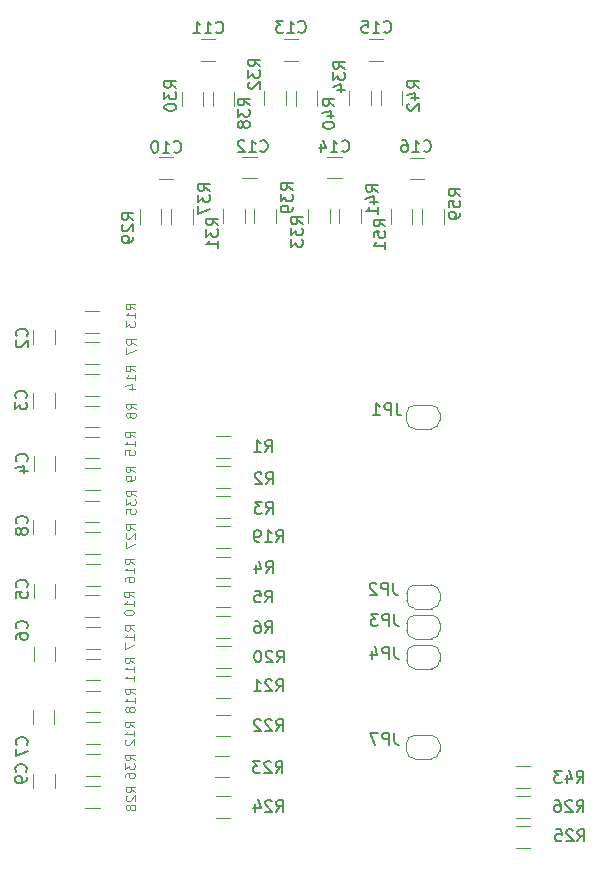
<source format=gbr>
G04 #@! TF.GenerationSoftware,KiCad,Pcbnew,5.1.5+dfsg1-2build2*
G04 #@! TF.CreationDate,2023-05-06T09:23:40+02:00*
G04 #@! TF.ProjectId,digital,64696769-7461-46c2-9e6b-696361645f70,rev?*
G04 #@! TF.SameCoordinates,Original*
G04 #@! TF.FileFunction,Legend,Bot*
G04 #@! TF.FilePolarity,Positive*
%FSLAX46Y46*%
G04 Gerber Fmt 4.6, Leading zero omitted, Abs format (unit mm)*
G04 Created by KiCad (PCBNEW 5.1.5+dfsg1-2build2) date 2023-05-06 09:23:40*
%MOMM*%
%LPD*%
G04 APERTURE LIST*
%ADD10C,0.120000*%
%ADD11C,0.150000*%
%ADD12C,0.100000*%
G04 APERTURE END LIST*
D10*
X127821500Y-80555064D02*
X127821500Y-79350936D01*
X126001500Y-80555064D02*
X126001500Y-79350936D01*
X126024360Y-85922144D02*
X126024360Y-84718016D01*
X127844360Y-85922144D02*
X127844360Y-84718016D01*
X127857060Y-91243444D02*
X127857060Y-90039316D01*
X126037060Y-91243444D02*
X126037060Y-90039316D01*
X127869760Y-102013044D02*
X127869760Y-100808916D01*
X126049760Y-102013044D02*
X126049760Y-100808916D01*
X126037060Y-107347044D02*
X126037060Y-106142916D01*
X127857060Y-107347044D02*
X127857060Y-106142916D01*
X127782060Y-112731444D02*
X127782060Y-111527316D01*
X125962060Y-112731444D02*
X125962060Y-111527316D01*
X127844360Y-96628244D02*
X127844360Y-95424116D01*
X126024360Y-96628244D02*
X126024360Y-95424116D01*
X126000160Y-118113044D02*
X126000160Y-116908916D01*
X127820160Y-118113044D02*
X127820160Y-116908916D01*
X136677436Y-66537500D02*
X137881564Y-66537500D01*
X136677436Y-64717500D02*
X137881564Y-64717500D01*
X140211436Y-56544500D02*
X141415564Y-56544500D01*
X140211436Y-54724500D02*
X141415564Y-54724500D01*
X143713356Y-64666160D02*
X144917484Y-64666160D01*
X143713356Y-66486160D02*
X144917484Y-66486160D01*
X147223056Y-56544500D02*
X148427184Y-56544500D01*
X147223056Y-54724500D02*
X148427184Y-54724500D01*
X150921936Y-66512500D02*
X152126064Y-66512500D01*
X150921936Y-64692500D02*
X152126064Y-64692500D01*
X154410256Y-54735860D02*
X155614384Y-54735860D01*
X154410256Y-56555860D02*
X155614384Y-56555860D01*
X157902436Y-66562500D02*
X159106564Y-66562500D01*
X157902436Y-64742500D02*
X159106564Y-64742500D01*
X141496936Y-88318500D02*
X142701064Y-88318500D01*
X141496936Y-90138500D02*
X142701064Y-90138500D01*
X141494096Y-90870380D02*
X142698224Y-90870380D01*
X141494096Y-92690380D02*
X142698224Y-92690380D01*
X141494096Y-95230380D02*
X142698224Y-95230380D01*
X141494096Y-93410380D02*
X142698224Y-93410380D01*
X141494096Y-98541180D02*
X142698224Y-98541180D01*
X141494096Y-100361180D02*
X142698224Y-100361180D01*
X141497296Y-101004980D02*
X142701424Y-101004980D01*
X141497296Y-102824980D02*
X142701424Y-102824980D01*
X141497296Y-103570380D02*
X142701424Y-103570380D01*
X141497296Y-105390380D02*
X142701424Y-105390380D01*
X131613564Y-80360500D02*
X130409436Y-80360500D01*
X131613564Y-82180500D02*
X130409436Y-82180500D01*
X131623564Y-85740500D02*
X130419436Y-85740500D01*
X131623564Y-87560500D02*
X130419436Y-87560500D01*
X131633564Y-91060500D02*
X130429436Y-91060500D01*
X131633564Y-92880500D02*
X130429436Y-92880500D01*
X131623564Y-101810500D02*
X130419436Y-101810500D01*
X131623564Y-103630500D02*
X130419436Y-103630500D01*
X131653564Y-107170500D02*
X130449436Y-107170500D01*
X131653564Y-108990500D02*
X130449436Y-108990500D01*
X131673564Y-112550500D02*
X130469436Y-112550500D01*
X131673564Y-114370500D02*
X130469436Y-114370500D01*
X130409436Y-77750500D02*
X131613564Y-77750500D01*
X130409436Y-79570500D02*
X131613564Y-79570500D01*
X130409436Y-83100500D02*
X131613564Y-83100500D01*
X130409436Y-84920500D02*
X131613564Y-84920500D01*
X130419436Y-88400500D02*
X131623564Y-88400500D01*
X130419436Y-90220500D02*
X131623564Y-90220500D01*
X130439436Y-99180500D02*
X131643564Y-99180500D01*
X130439436Y-101000500D02*
X131643564Y-101000500D01*
X130439436Y-104510500D02*
X131643564Y-104510500D01*
X130439436Y-106330500D02*
X131643564Y-106330500D01*
X130469436Y-109900500D02*
X131673564Y-109900500D01*
X130469436Y-111720500D02*
X131673564Y-111720500D01*
X141494096Y-95950380D02*
X142698224Y-95950380D01*
X141494096Y-97770380D02*
X142698224Y-97770380D01*
X141519496Y-107930380D02*
X142723624Y-107930380D01*
X141519496Y-106110380D02*
X142723624Y-106110380D01*
X141481396Y-110457680D02*
X142685524Y-110457680D01*
X141481396Y-108637680D02*
X142685524Y-108637680D01*
X141446936Y-113743500D02*
X142651064Y-113743500D01*
X141446936Y-111923500D02*
X142651064Y-111923500D01*
X141409436Y-117223500D02*
X142613564Y-117223500D01*
X141409436Y-115403500D02*
X142613564Y-115403500D01*
X141468696Y-120643080D02*
X142672824Y-120643080D01*
X141468696Y-118823080D02*
X142672824Y-118823080D01*
X166884436Y-123163500D02*
X168088564Y-123163500D01*
X166884436Y-121343500D02*
X168088564Y-121343500D01*
X166896936Y-120638500D02*
X168101064Y-120638500D01*
X166896936Y-118818500D02*
X168101064Y-118818500D01*
X131633564Y-96450500D02*
X130429436Y-96450500D01*
X131633564Y-98270500D02*
X130429436Y-98270500D01*
X131633564Y-119770500D02*
X130429436Y-119770500D01*
X131633564Y-117950500D02*
X130429436Y-117950500D01*
X135044500Y-70329564D02*
X135044500Y-69125436D01*
X136864500Y-70329564D02*
X136864500Y-69125436D01*
X138603500Y-60374064D02*
X138603500Y-59169936D01*
X140423500Y-60374064D02*
X140423500Y-59169936D01*
X142083500Y-70304564D02*
X142083500Y-69100436D01*
X143903500Y-70304564D02*
X143903500Y-69100436D01*
X145592500Y-60324064D02*
X145592500Y-59119936D01*
X147412500Y-60324064D02*
X147412500Y-59119936D01*
X149301500Y-70304564D02*
X149301500Y-69100436D01*
X151121500Y-70304564D02*
X151121500Y-69100436D01*
X154605500Y-60324064D02*
X154605500Y-59119936D01*
X152785500Y-60324064D02*
X152785500Y-59119936D01*
X130419436Y-93780500D02*
X131623564Y-93780500D01*
X130419436Y-95600500D02*
X131623564Y-95600500D01*
X130439436Y-117090500D02*
X131643564Y-117090500D01*
X130439436Y-115270500D02*
X131643564Y-115270500D01*
X137694500Y-69125436D02*
X137694500Y-70329564D01*
X139514500Y-69125436D02*
X139514500Y-70329564D01*
X141228500Y-59169936D02*
X141228500Y-60374064D01*
X143048500Y-59169936D02*
X143048500Y-60374064D01*
X144733500Y-69099996D02*
X144733500Y-70304124D01*
X146553500Y-69099996D02*
X146553500Y-70304124D01*
X150062500Y-59144936D02*
X150062500Y-60349064D01*
X148242500Y-59144936D02*
X148242500Y-60349064D01*
X151926500Y-69100436D02*
X151926500Y-70304564D01*
X153746500Y-69100436D02*
X153746500Y-70304564D01*
X155435500Y-59119936D02*
X155435500Y-60324064D01*
X157255500Y-59119936D02*
X157255500Y-60324064D01*
X166909436Y-118088500D02*
X168113564Y-118088500D01*
X166909436Y-116268500D02*
X168113564Y-116268500D01*
X156269500Y-70329564D02*
X156269500Y-69125436D01*
X158089500Y-70329564D02*
X158089500Y-69125436D01*
X158944500Y-69125436D02*
X158944500Y-70329564D01*
X160764500Y-69125436D02*
X160764500Y-70329564D01*
X158311500Y-85703500D02*
G75*
G03X157611500Y-86403500I0J-700000D01*
G01*
X157611500Y-87003500D02*
G75*
G03X158311500Y-87703500I700000J0D01*
G01*
X159711500Y-87703500D02*
G75*
G03X160411500Y-87003500I0J700000D01*
G01*
X160411500Y-86403500D02*
G75*
G03X159711500Y-85703500I-700000J0D01*
G01*
X160411500Y-87003500D02*
X160411500Y-86403500D01*
X158311500Y-87703500D02*
X159711500Y-87703500D01*
X157611500Y-86403500D02*
X157611500Y-87003500D01*
X159711500Y-85703500D02*
X158311500Y-85703500D01*
X159736500Y-100928500D02*
X158336500Y-100928500D01*
X157636500Y-101628500D02*
X157636500Y-102228500D01*
X158336500Y-102928500D02*
X159736500Y-102928500D01*
X160436500Y-102228500D02*
X160436500Y-101628500D01*
X160436500Y-101628500D02*
G75*
G03X159736500Y-100928500I-700000J0D01*
G01*
X159736500Y-102928500D02*
G75*
G03X160436500Y-102228500I0J700000D01*
G01*
X157636500Y-102228500D02*
G75*
G03X158336500Y-102928500I700000J0D01*
G01*
X158336500Y-100928500D02*
G75*
G03X157636500Y-101628500I0J-700000D01*
G01*
X159736500Y-103478500D02*
X158336500Y-103478500D01*
X157636500Y-104178500D02*
X157636500Y-104778500D01*
X158336500Y-105478500D02*
X159736500Y-105478500D01*
X160436500Y-104778500D02*
X160436500Y-104178500D01*
X160436500Y-104178500D02*
G75*
G03X159736500Y-103478500I-700000J0D01*
G01*
X159736500Y-105478500D02*
G75*
G03X160436500Y-104778500I0J700000D01*
G01*
X157636500Y-104778500D02*
G75*
G03X158336500Y-105478500I700000J0D01*
G01*
X158336500Y-103478500D02*
G75*
G03X157636500Y-104178500I0J-700000D01*
G01*
X158336500Y-106028500D02*
G75*
G03X157636500Y-106728500I0J-700000D01*
G01*
X157636500Y-107328500D02*
G75*
G03X158336500Y-108028500I700000J0D01*
G01*
X159736500Y-108028500D02*
G75*
G03X160436500Y-107328500I0J700000D01*
G01*
X160436500Y-106728500D02*
G75*
G03X159736500Y-106028500I-700000J0D01*
G01*
X160436500Y-107328500D02*
X160436500Y-106728500D01*
X158336500Y-108028500D02*
X159736500Y-108028500D01*
X157636500Y-106728500D02*
X157636500Y-107328500D01*
X159736500Y-106028500D02*
X158336500Y-106028500D01*
X158311500Y-113653500D02*
G75*
G03X157611500Y-114353500I0J-700000D01*
G01*
X157611500Y-114953500D02*
G75*
G03X158311500Y-115653500I700000J0D01*
G01*
X159711500Y-115653500D02*
G75*
G03X160411500Y-114953500I0J700000D01*
G01*
X160411500Y-114353500D02*
G75*
G03X159711500Y-113653500I-700000J0D01*
G01*
X160411500Y-114953500D02*
X160411500Y-114353500D01*
X158311500Y-115653500D02*
X159711500Y-115653500D01*
X157611500Y-114353500D02*
X157611500Y-114953500D01*
X159711500Y-113653500D02*
X158311500Y-113653500D01*
D11*
X125452142Y-79843333D02*
X125499761Y-79795714D01*
X125547380Y-79652857D01*
X125547380Y-79557619D01*
X125499761Y-79414761D01*
X125404523Y-79319523D01*
X125309285Y-79271904D01*
X125118809Y-79224285D01*
X124975952Y-79224285D01*
X124785476Y-79271904D01*
X124690238Y-79319523D01*
X124595000Y-79414761D01*
X124547380Y-79557619D01*
X124547380Y-79652857D01*
X124595000Y-79795714D01*
X124642619Y-79843333D01*
X124642619Y-80224285D02*
X124595000Y-80271904D01*
X124547380Y-80367142D01*
X124547380Y-80605238D01*
X124595000Y-80700476D01*
X124642619Y-80748095D01*
X124737857Y-80795714D01*
X124833095Y-80795714D01*
X124975952Y-80748095D01*
X125547380Y-80176666D01*
X125547380Y-80795714D01*
X125388642Y-85113833D02*
X125436261Y-85066214D01*
X125483880Y-84923357D01*
X125483880Y-84828119D01*
X125436261Y-84685261D01*
X125341023Y-84590023D01*
X125245785Y-84542404D01*
X125055309Y-84494785D01*
X124912452Y-84494785D01*
X124721976Y-84542404D01*
X124626738Y-84590023D01*
X124531500Y-84685261D01*
X124483880Y-84828119D01*
X124483880Y-84923357D01*
X124531500Y-85066214D01*
X124579119Y-85113833D01*
X124483880Y-85447166D02*
X124483880Y-86066214D01*
X124864833Y-85732880D01*
X124864833Y-85875738D01*
X124912452Y-85970976D01*
X124960071Y-86018595D01*
X125055309Y-86066214D01*
X125293404Y-86066214D01*
X125388642Y-86018595D01*
X125436261Y-85970976D01*
X125483880Y-85875738D01*
X125483880Y-85590023D01*
X125436261Y-85494785D01*
X125388642Y-85447166D01*
X125452142Y-90447833D02*
X125499761Y-90400214D01*
X125547380Y-90257357D01*
X125547380Y-90162119D01*
X125499761Y-90019261D01*
X125404523Y-89924023D01*
X125309285Y-89876404D01*
X125118809Y-89828785D01*
X124975952Y-89828785D01*
X124785476Y-89876404D01*
X124690238Y-89924023D01*
X124595000Y-90019261D01*
X124547380Y-90162119D01*
X124547380Y-90257357D01*
X124595000Y-90400214D01*
X124642619Y-90447833D01*
X124880714Y-91304976D02*
X125547380Y-91304976D01*
X124499761Y-91066880D02*
X125214047Y-90828785D01*
X125214047Y-91447833D01*
X125452142Y-101115833D02*
X125499761Y-101068214D01*
X125547380Y-100925357D01*
X125547380Y-100830119D01*
X125499761Y-100687261D01*
X125404523Y-100592023D01*
X125309285Y-100544404D01*
X125118809Y-100496785D01*
X124975952Y-100496785D01*
X124785476Y-100544404D01*
X124690238Y-100592023D01*
X124595000Y-100687261D01*
X124547380Y-100830119D01*
X124547380Y-100925357D01*
X124595000Y-101068214D01*
X124642619Y-101115833D01*
X124547380Y-102020595D02*
X124547380Y-101544404D01*
X125023571Y-101496785D01*
X124975952Y-101544404D01*
X124928333Y-101639642D01*
X124928333Y-101877738D01*
X124975952Y-101972976D01*
X125023571Y-102020595D01*
X125118809Y-102068214D01*
X125356904Y-102068214D01*
X125452142Y-102020595D01*
X125499761Y-101972976D01*
X125547380Y-101877738D01*
X125547380Y-101639642D01*
X125499761Y-101544404D01*
X125452142Y-101496785D01*
X125452142Y-104608333D02*
X125499761Y-104560714D01*
X125547380Y-104417857D01*
X125547380Y-104322619D01*
X125499761Y-104179761D01*
X125404523Y-104084523D01*
X125309285Y-104036904D01*
X125118809Y-103989285D01*
X124975952Y-103989285D01*
X124785476Y-104036904D01*
X124690238Y-104084523D01*
X124595000Y-104179761D01*
X124547380Y-104322619D01*
X124547380Y-104417857D01*
X124595000Y-104560714D01*
X124642619Y-104608333D01*
X124547380Y-105465476D02*
X124547380Y-105275000D01*
X124595000Y-105179761D01*
X124642619Y-105132142D01*
X124785476Y-105036904D01*
X124975952Y-104989285D01*
X125356904Y-104989285D01*
X125452142Y-105036904D01*
X125499761Y-105084523D01*
X125547380Y-105179761D01*
X125547380Y-105370238D01*
X125499761Y-105465476D01*
X125452142Y-105513095D01*
X125356904Y-105560714D01*
X125118809Y-105560714D01*
X125023571Y-105513095D01*
X124975952Y-105465476D01*
X124928333Y-105370238D01*
X124928333Y-105179761D01*
X124975952Y-105084523D01*
X125023571Y-105036904D01*
X125118809Y-104989285D01*
X125452142Y-114450833D02*
X125499761Y-114403214D01*
X125547380Y-114260357D01*
X125547380Y-114165119D01*
X125499761Y-114022261D01*
X125404523Y-113927023D01*
X125309285Y-113879404D01*
X125118809Y-113831785D01*
X124975952Y-113831785D01*
X124785476Y-113879404D01*
X124690238Y-113927023D01*
X124595000Y-114022261D01*
X124547380Y-114165119D01*
X124547380Y-114260357D01*
X124595000Y-114403214D01*
X124642619Y-114450833D01*
X124547380Y-114784166D02*
X124547380Y-115450833D01*
X125547380Y-115022261D01*
X125452142Y-95718333D02*
X125499761Y-95670714D01*
X125547380Y-95527857D01*
X125547380Y-95432619D01*
X125499761Y-95289761D01*
X125404523Y-95194523D01*
X125309285Y-95146904D01*
X125118809Y-95099285D01*
X124975952Y-95099285D01*
X124785476Y-95146904D01*
X124690238Y-95194523D01*
X124595000Y-95289761D01*
X124547380Y-95432619D01*
X124547380Y-95527857D01*
X124595000Y-95670714D01*
X124642619Y-95718333D01*
X124975952Y-96289761D02*
X124928333Y-96194523D01*
X124880714Y-96146904D01*
X124785476Y-96099285D01*
X124737857Y-96099285D01*
X124642619Y-96146904D01*
X124595000Y-96194523D01*
X124547380Y-96289761D01*
X124547380Y-96480238D01*
X124595000Y-96575476D01*
X124642619Y-96623095D01*
X124737857Y-96670714D01*
X124785476Y-96670714D01*
X124880714Y-96623095D01*
X124928333Y-96575476D01*
X124975952Y-96480238D01*
X124975952Y-96289761D01*
X125023571Y-96194523D01*
X125071190Y-96146904D01*
X125166428Y-96099285D01*
X125356904Y-96099285D01*
X125452142Y-96146904D01*
X125499761Y-96194523D01*
X125547380Y-96289761D01*
X125547380Y-96480238D01*
X125499761Y-96575476D01*
X125452142Y-96623095D01*
X125356904Y-96670714D01*
X125166428Y-96670714D01*
X125071190Y-96623095D01*
X125023571Y-96575476D01*
X124975952Y-96480238D01*
X125388642Y-116736833D02*
X125436261Y-116689214D01*
X125483880Y-116546357D01*
X125483880Y-116451119D01*
X125436261Y-116308261D01*
X125341023Y-116213023D01*
X125245785Y-116165404D01*
X125055309Y-116117785D01*
X124912452Y-116117785D01*
X124721976Y-116165404D01*
X124626738Y-116213023D01*
X124531500Y-116308261D01*
X124483880Y-116451119D01*
X124483880Y-116546357D01*
X124531500Y-116689214D01*
X124579119Y-116736833D01*
X125483880Y-117213023D02*
X125483880Y-117403500D01*
X125436261Y-117498738D01*
X125388642Y-117546357D01*
X125245785Y-117641595D01*
X125055309Y-117689214D01*
X124674357Y-117689214D01*
X124579119Y-117641595D01*
X124531500Y-117593976D01*
X124483880Y-117498738D01*
X124483880Y-117308261D01*
X124531500Y-117213023D01*
X124579119Y-117165404D01*
X124674357Y-117117785D01*
X124912452Y-117117785D01*
X125007690Y-117165404D01*
X125055309Y-117213023D01*
X125102928Y-117308261D01*
X125102928Y-117498738D01*
X125055309Y-117593976D01*
X125007690Y-117641595D01*
X124912452Y-117689214D01*
X137922357Y-64238142D02*
X137969976Y-64285761D01*
X138112833Y-64333380D01*
X138208071Y-64333380D01*
X138350928Y-64285761D01*
X138446166Y-64190523D01*
X138493785Y-64095285D01*
X138541404Y-63904809D01*
X138541404Y-63761952D01*
X138493785Y-63571476D01*
X138446166Y-63476238D01*
X138350928Y-63381000D01*
X138208071Y-63333380D01*
X138112833Y-63333380D01*
X137969976Y-63381000D01*
X137922357Y-63428619D01*
X136969976Y-64333380D02*
X137541404Y-64333380D01*
X137255690Y-64333380D02*
X137255690Y-63333380D01*
X137350928Y-63476238D01*
X137446166Y-63571476D01*
X137541404Y-63619095D01*
X136350928Y-63333380D02*
X136255690Y-63333380D01*
X136160452Y-63381000D01*
X136112833Y-63428619D01*
X136065214Y-63523857D01*
X136017595Y-63714333D01*
X136017595Y-63952428D01*
X136065214Y-64142904D01*
X136112833Y-64238142D01*
X136160452Y-64285761D01*
X136255690Y-64333380D01*
X136350928Y-64333380D01*
X136446166Y-64285761D01*
X136493785Y-64238142D01*
X136541404Y-64142904D01*
X136589023Y-63952428D01*
X136589023Y-63714333D01*
X136541404Y-63523857D01*
X136493785Y-63428619D01*
X136446166Y-63381000D01*
X136350928Y-63333380D01*
X141485857Y-54141642D02*
X141533476Y-54189261D01*
X141676333Y-54236880D01*
X141771571Y-54236880D01*
X141914428Y-54189261D01*
X142009666Y-54094023D01*
X142057285Y-53998785D01*
X142104904Y-53808309D01*
X142104904Y-53665452D01*
X142057285Y-53474976D01*
X142009666Y-53379738D01*
X141914428Y-53284500D01*
X141771571Y-53236880D01*
X141676333Y-53236880D01*
X141533476Y-53284500D01*
X141485857Y-53332119D01*
X140533476Y-54236880D02*
X141104904Y-54236880D01*
X140819190Y-54236880D02*
X140819190Y-53236880D01*
X140914428Y-53379738D01*
X141009666Y-53474976D01*
X141104904Y-53522595D01*
X139581095Y-54236880D02*
X140152523Y-54236880D01*
X139866809Y-54236880D02*
X139866809Y-53236880D01*
X139962047Y-53379738D01*
X140057285Y-53474976D01*
X140152523Y-53522595D01*
X145232357Y-64174642D02*
X145279976Y-64222261D01*
X145422833Y-64269880D01*
X145518071Y-64269880D01*
X145660928Y-64222261D01*
X145756166Y-64127023D01*
X145803785Y-64031785D01*
X145851404Y-63841309D01*
X145851404Y-63698452D01*
X145803785Y-63507976D01*
X145756166Y-63412738D01*
X145660928Y-63317500D01*
X145518071Y-63269880D01*
X145422833Y-63269880D01*
X145279976Y-63317500D01*
X145232357Y-63365119D01*
X144279976Y-64269880D02*
X144851404Y-64269880D01*
X144565690Y-64269880D02*
X144565690Y-63269880D01*
X144660928Y-63412738D01*
X144756166Y-63507976D01*
X144851404Y-63555595D01*
X143899023Y-63365119D02*
X143851404Y-63317500D01*
X143756166Y-63269880D01*
X143518071Y-63269880D01*
X143422833Y-63317500D01*
X143375214Y-63365119D01*
X143327595Y-63460357D01*
X143327595Y-63555595D01*
X143375214Y-63698452D01*
X143946642Y-64269880D01*
X143327595Y-64269880D01*
X148467977Y-54078142D02*
X148515596Y-54125761D01*
X148658453Y-54173380D01*
X148753691Y-54173380D01*
X148896548Y-54125761D01*
X148991786Y-54030523D01*
X149039405Y-53935285D01*
X149087024Y-53744809D01*
X149087024Y-53601952D01*
X149039405Y-53411476D01*
X148991786Y-53316238D01*
X148896548Y-53221000D01*
X148753691Y-53173380D01*
X148658453Y-53173380D01*
X148515596Y-53221000D01*
X148467977Y-53268619D01*
X147515596Y-54173380D02*
X148087024Y-54173380D01*
X147801310Y-54173380D02*
X147801310Y-53173380D01*
X147896548Y-53316238D01*
X147991786Y-53411476D01*
X148087024Y-53459095D01*
X147182262Y-53173380D02*
X146563215Y-53173380D01*
X146896548Y-53554333D01*
X146753691Y-53554333D01*
X146658453Y-53601952D01*
X146610834Y-53649571D01*
X146563215Y-53744809D01*
X146563215Y-53982904D01*
X146610834Y-54078142D01*
X146658453Y-54125761D01*
X146753691Y-54173380D01*
X147039405Y-54173380D01*
X147134643Y-54125761D01*
X147182262Y-54078142D01*
X152153857Y-64174642D02*
X152201476Y-64222261D01*
X152344333Y-64269880D01*
X152439571Y-64269880D01*
X152582428Y-64222261D01*
X152677666Y-64127023D01*
X152725285Y-64031785D01*
X152772904Y-63841309D01*
X152772904Y-63698452D01*
X152725285Y-63507976D01*
X152677666Y-63412738D01*
X152582428Y-63317500D01*
X152439571Y-63269880D01*
X152344333Y-63269880D01*
X152201476Y-63317500D01*
X152153857Y-63365119D01*
X151201476Y-64269880D02*
X151772904Y-64269880D01*
X151487190Y-64269880D02*
X151487190Y-63269880D01*
X151582428Y-63412738D01*
X151677666Y-63507976D01*
X151772904Y-63555595D01*
X150344333Y-63603214D02*
X150344333Y-64269880D01*
X150582428Y-63222261D02*
X150820523Y-63936547D01*
X150201476Y-63936547D01*
X155709857Y-54078142D02*
X155757476Y-54125761D01*
X155900333Y-54173380D01*
X155995571Y-54173380D01*
X156138428Y-54125761D01*
X156233666Y-54030523D01*
X156281285Y-53935285D01*
X156328904Y-53744809D01*
X156328904Y-53601952D01*
X156281285Y-53411476D01*
X156233666Y-53316238D01*
X156138428Y-53221000D01*
X155995571Y-53173380D01*
X155900333Y-53173380D01*
X155757476Y-53221000D01*
X155709857Y-53268619D01*
X154757476Y-54173380D02*
X155328904Y-54173380D01*
X155043190Y-54173380D02*
X155043190Y-53173380D01*
X155138428Y-53316238D01*
X155233666Y-53411476D01*
X155328904Y-53459095D01*
X153852714Y-53173380D02*
X154328904Y-53173380D01*
X154376523Y-53649571D01*
X154328904Y-53601952D01*
X154233666Y-53554333D01*
X153995571Y-53554333D01*
X153900333Y-53601952D01*
X153852714Y-53649571D01*
X153805095Y-53744809D01*
X153805095Y-53982904D01*
X153852714Y-54078142D01*
X153900333Y-54125761D01*
X153995571Y-54173380D01*
X154233666Y-54173380D01*
X154328904Y-54125761D01*
X154376523Y-54078142D01*
X159075357Y-64174642D02*
X159122976Y-64222261D01*
X159265833Y-64269880D01*
X159361071Y-64269880D01*
X159503928Y-64222261D01*
X159599166Y-64127023D01*
X159646785Y-64031785D01*
X159694404Y-63841309D01*
X159694404Y-63698452D01*
X159646785Y-63507976D01*
X159599166Y-63412738D01*
X159503928Y-63317500D01*
X159361071Y-63269880D01*
X159265833Y-63269880D01*
X159122976Y-63317500D01*
X159075357Y-63365119D01*
X158122976Y-64269880D02*
X158694404Y-64269880D01*
X158408690Y-64269880D02*
X158408690Y-63269880D01*
X158503928Y-63412738D01*
X158599166Y-63507976D01*
X158694404Y-63555595D01*
X157265833Y-63269880D02*
X157456309Y-63269880D01*
X157551547Y-63317500D01*
X157599166Y-63365119D01*
X157694404Y-63507976D01*
X157742023Y-63698452D01*
X157742023Y-64079404D01*
X157694404Y-64174642D01*
X157646785Y-64222261D01*
X157551547Y-64269880D01*
X157361071Y-64269880D01*
X157265833Y-64222261D01*
X157218214Y-64174642D01*
X157170595Y-64079404D01*
X157170595Y-63841309D01*
X157218214Y-63746071D01*
X157265833Y-63698452D01*
X157361071Y-63650833D01*
X157551547Y-63650833D01*
X157646785Y-63698452D01*
X157694404Y-63746071D01*
X157742023Y-63841309D01*
X145657866Y-89657180D02*
X145991200Y-89180990D01*
X146229295Y-89657180D02*
X146229295Y-88657180D01*
X145848342Y-88657180D01*
X145753104Y-88704800D01*
X145705485Y-88752419D01*
X145657866Y-88847657D01*
X145657866Y-88990514D01*
X145705485Y-89085752D01*
X145753104Y-89133371D01*
X145848342Y-89180990D01*
X146229295Y-89180990D01*
X144705485Y-89657180D02*
X145276914Y-89657180D01*
X144991200Y-89657180D02*
X144991200Y-88657180D01*
X145086438Y-88800038D01*
X145181676Y-88895276D01*
X145276914Y-88942895D01*
X145708666Y-92400380D02*
X146042000Y-91924190D01*
X146280095Y-92400380D02*
X146280095Y-91400380D01*
X145899142Y-91400380D01*
X145803904Y-91448000D01*
X145756285Y-91495619D01*
X145708666Y-91590857D01*
X145708666Y-91733714D01*
X145756285Y-91828952D01*
X145803904Y-91876571D01*
X145899142Y-91924190D01*
X146280095Y-91924190D01*
X145327714Y-91495619D02*
X145280095Y-91448000D01*
X145184857Y-91400380D01*
X144946761Y-91400380D01*
X144851523Y-91448000D01*
X144803904Y-91495619D01*
X144756285Y-91590857D01*
X144756285Y-91686095D01*
X144803904Y-91828952D01*
X145375333Y-92400380D01*
X144756285Y-92400380D01*
X145708666Y-94889580D02*
X146042000Y-94413390D01*
X146280095Y-94889580D02*
X146280095Y-93889580D01*
X145899142Y-93889580D01*
X145803904Y-93937200D01*
X145756285Y-93984819D01*
X145708666Y-94080057D01*
X145708666Y-94222914D01*
X145756285Y-94318152D01*
X145803904Y-94365771D01*
X145899142Y-94413390D01*
X146280095Y-94413390D01*
X145375333Y-93889580D02*
X144756285Y-93889580D01*
X145089619Y-94270533D01*
X144946761Y-94270533D01*
X144851523Y-94318152D01*
X144803904Y-94365771D01*
X144756285Y-94461009D01*
X144756285Y-94699104D01*
X144803904Y-94794342D01*
X144851523Y-94841961D01*
X144946761Y-94889580D01*
X145232476Y-94889580D01*
X145327714Y-94841961D01*
X145375333Y-94794342D01*
X145708666Y-99918780D02*
X146042000Y-99442590D01*
X146280095Y-99918780D02*
X146280095Y-98918780D01*
X145899142Y-98918780D01*
X145803904Y-98966400D01*
X145756285Y-99014019D01*
X145708666Y-99109257D01*
X145708666Y-99252114D01*
X145756285Y-99347352D01*
X145803904Y-99394971D01*
X145899142Y-99442590D01*
X146280095Y-99442590D01*
X144851523Y-99252114D02*
X144851523Y-99918780D01*
X145089619Y-98871161D02*
X145327714Y-99585447D01*
X144708666Y-99585447D01*
X145657866Y-102407980D02*
X145991200Y-101931790D01*
X146229295Y-102407980D02*
X146229295Y-101407980D01*
X145848342Y-101407980D01*
X145753104Y-101455600D01*
X145705485Y-101503219D01*
X145657866Y-101598457D01*
X145657866Y-101741314D01*
X145705485Y-101836552D01*
X145753104Y-101884171D01*
X145848342Y-101931790D01*
X146229295Y-101931790D01*
X144753104Y-101407980D02*
X145229295Y-101407980D01*
X145276914Y-101884171D01*
X145229295Y-101836552D01*
X145134057Y-101788933D01*
X144895961Y-101788933D01*
X144800723Y-101836552D01*
X144753104Y-101884171D01*
X144705485Y-101979409D01*
X144705485Y-102217504D01*
X144753104Y-102312742D01*
X144800723Y-102360361D01*
X144895961Y-102407980D01*
X145134057Y-102407980D01*
X145229295Y-102360361D01*
X145276914Y-102312742D01*
X145657866Y-104998780D02*
X145991200Y-104522590D01*
X146229295Y-104998780D02*
X146229295Y-103998780D01*
X145848342Y-103998780D01*
X145753104Y-104046400D01*
X145705485Y-104094019D01*
X145657866Y-104189257D01*
X145657866Y-104332114D01*
X145705485Y-104427352D01*
X145753104Y-104474971D01*
X145848342Y-104522590D01*
X146229295Y-104522590D01*
X144800723Y-103998780D02*
X144991200Y-103998780D01*
X145086438Y-104046400D01*
X145134057Y-104094019D01*
X145229295Y-104236876D01*
X145276914Y-104427352D01*
X145276914Y-104808304D01*
X145229295Y-104903542D01*
X145181676Y-104951161D01*
X145086438Y-104998780D01*
X144895961Y-104998780D01*
X144800723Y-104951161D01*
X144753104Y-104903542D01*
X144705485Y-104808304D01*
X144705485Y-104570209D01*
X144753104Y-104474971D01*
X144800723Y-104427352D01*
X144895961Y-104379733D01*
X145086438Y-104379733D01*
X145181676Y-104427352D01*
X145229295Y-104474971D01*
X145276914Y-104570209D01*
D12*
X134677104Y-80587866D02*
X134296152Y-80321200D01*
X134677104Y-80130723D02*
X133877104Y-80130723D01*
X133877104Y-80435485D01*
X133915200Y-80511676D01*
X133953295Y-80549771D01*
X134029485Y-80587866D01*
X134143771Y-80587866D01*
X134219961Y-80549771D01*
X134258057Y-80511676D01*
X134296152Y-80435485D01*
X134296152Y-80130723D01*
X133877104Y-80854533D02*
X133877104Y-81387866D01*
X134677104Y-81045009D01*
X134677104Y-86023466D02*
X134296152Y-85756800D01*
X134677104Y-85566323D02*
X133877104Y-85566323D01*
X133877104Y-85871085D01*
X133915200Y-85947276D01*
X133953295Y-85985371D01*
X134029485Y-86023466D01*
X134143771Y-86023466D01*
X134219961Y-85985371D01*
X134258057Y-85947276D01*
X134296152Y-85871085D01*
X134296152Y-85566323D01*
X134219961Y-86480609D02*
X134181866Y-86404419D01*
X134143771Y-86366323D01*
X134067580Y-86328228D01*
X134029485Y-86328228D01*
X133953295Y-86366323D01*
X133915200Y-86404419D01*
X133877104Y-86480609D01*
X133877104Y-86632990D01*
X133915200Y-86709180D01*
X133953295Y-86747276D01*
X134029485Y-86785371D01*
X134067580Y-86785371D01*
X134143771Y-86747276D01*
X134181866Y-86709180D01*
X134219961Y-86632990D01*
X134219961Y-86480609D01*
X134258057Y-86404419D01*
X134296152Y-86366323D01*
X134372342Y-86328228D01*
X134524723Y-86328228D01*
X134600914Y-86366323D01*
X134639009Y-86404419D01*
X134677104Y-86480609D01*
X134677104Y-86632990D01*
X134639009Y-86709180D01*
X134600914Y-86747276D01*
X134524723Y-86785371D01*
X134372342Y-86785371D01*
X134296152Y-86747276D01*
X134258057Y-86709180D01*
X134219961Y-86632990D01*
X134626304Y-91357466D02*
X134245352Y-91090800D01*
X134626304Y-90900323D02*
X133826304Y-90900323D01*
X133826304Y-91205085D01*
X133864400Y-91281276D01*
X133902495Y-91319371D01*
X133978685Y-91357466D01*
X134092971Y-91357466D01*
X134169161Y-91319371D01*
X134207257Y-91281276D01*
X134245352Y-91205085D01*
X134245352Y-90900323D01*
X134626304Y-91738419D02*
X134626304Y-91890800D01*
X134588209Y-91966990D01*
X134550114Y-92005085D01*
X134435828Y-92081276D01*
X134283447Y-92119371D01*
X133978685Y-92119371D01*
X133902495Y-92081276D01*
X133864400Y-92043180D01*
X133826304Y-91966990D01*
X133826304Y-91814609D01*
X133864400Y-91738419D01*
X133902495Y-91700323D01*
X133978685Y-91662228D01*
X134169161Y-91662228D01*
X134245352Y-91700323D01*
X134283447Y-91738419D01*
X134321542Y-91814609D01*
X134321542Y-91966990D01*
X134283447Y-92043180D01*
X134245352Y-92081276D01*
X134169161Y-92119371D01*
X134537404Y-101974714D02*
X134156452Y-101708047D01*
X134537404Y-101517571D02*
X133737404Y-101517571D01*
X133737404Y-101822333D01*
X133775500Y-101898523D01*
X133813595Y-101936619D01*
X133889785Y-101974714D01*
X134004071Y-101974714D01*
X134080261Y-101936619D01*
X134118357Y-101898523D01*
X134156452Y-101822333D01*
X134156452Y-101517571D01*
X134537404Y-102736619D02*
X134537404Y-102279476D01*
X134537404Y-102508047D02*
X133737404Y-102508047D01*
X133851690Y-102431857D01*
X133927880Y-102355666D01*
X133965976Y-102279476D01*
X133737404Y-103231857D02*
X133737404Y-103308047D01*
X133775500Y-103384238D01*
X133813595Y-103422333D01*
X133889785Y-103460428D01*
X134042166Y-103498523D01*
X134232642Y-103498523D01*
X134385023Y-103460428D01*
X134461214Y-103422333D01*
X134499309Y-103384238D01*
X134537404Y-103308047D01*
X134537404Y-103231857D01*
X134499309Y-103155666D01*
X134461214Y-103117571D01*
X134385023Y-103079476D01*
X134232642Y-103041380D01*
X134042166Y-103041380D01*
X133889785Y-103079476D01*
X133813595Y-103117571D01*
X133775500Y-103155666D01*
X133737404Y-103231857D01*
X134575504Y-107537314D02*
X134194552Y-107270647D01*
X134575504Y-107080171D02*
X133775504Y-107080171D01*
X133775504Y-107384933D01*
X133813600Y-107461123D01*
X133851695Y-107499219D01*
X133927885Y-107537314D01*
X134042171Y-107537314D01*
X134118361Y-107499219D01*
X134156457Y-107461123D01*
X134194552Y-107384933D01*
X134194552Y-107080171D01*
X134575504Y-108299219D02*
X134575504Y-107842076D01*
X134575504Y-108070647D02*
X133775504Y-108070647D01*
X133889790Y-107994457D01*
X133965980Y-107918266D01*
X134004076Y-107842076D01*
X134575504Y-109061123D02*
X134575504Y-108603980D01*
X134575504Y-108832552D02*
X133775504Y-108832552D01*
X133889790Y-108756361D01*
X133965980Y-108680171D01*
X134004076Y-108603980D01*
X134575504Y-112972914D02*
X134194552Y-112706247D01*
X134575504Y-112515771D02*
X133775504Y-112515771D01*
X133775504Y-112820533D01*
X133813600Y-112896723D01*
X133851695Y-112934819D01*
X133927885Y-112972914D01*
X134042171Y-112972914D01*
X134118361Y-112934819D01*
X134156457Y-112896723D01*
X134194552Y-112820533D01*
X134194552Y-112515771D01*
X134575504Y-113734819D02*
X134575504Y-113277676D01*
X134575504Y-113506247D02*
X133775504Y-113506247D01*
X133889790Y-113430057D01*
X133965980Y-113353866D01*
X134004076Y-113277676D01*
X133851695Y-114039580D02*
X133813600Y-114077676D01*
X133775504Y-114153866D01*
X133775504Y-114344342D01*
X133813600Y-114420533D01*
X133851695Y-114458628D01*
X133927885Y-114496723D01*
X134004076Y-114496723D01*
X134118361Y-114458628D01*
X134575504Y-114001485D01*
X134575504Y-114496723D01*
X134626304Y-77565314D02*
X134245352Y-77298647D01*
X134626304Y-77108171D02*
X133826304Y-77108171D01*
X133826304Y-77412933D01*
X133864400Y-77489123D01*
X133902495Y-77527219D01*
X133978685Y-77565314D01*
X134092971Y-77565314D01*
X134169161Y-77527219D01*
X134207257Y-77489123D01*
X134245352Y-77412933D01*
X134245352Y-77108171D01*
X134626304Y-78327219D02*
X134626304Y-77870076D01*
X134626304Y-78098647D02*
X133826304Y-78098647D01*
X133940590Y-78022457D01*
X134016780Y-77946266D01*
X134054876Y-77870076D01*
X133826304Y-78593885D02*
X133826304Y-79089123D01*
X134131066Y-78822457D01*
X134131066Y-78936742D01*
X134169161Y-79012933D01*
X134207257Y-79051028D01*
X134283447Y-79089123D01*
X134473923Y-79089123D01*
X134550114Y-79051028D01*
X134588209Y-79012933D01*
X134626304Y-78936742D01*
X134626304Y-78708171D01*
X134588209Y-78631980D01*
X134550114Y-78593885D01*
X134626304Y-82848514D02*
X134245352Y-82581847D01*
X134626304Y-82391371D02*
X133826304Y-82391371D01*
X133826304Y-82696133D01*
X133864400Y-82772323D01*
X133902495Y-82810419D01*
X133978685Y-82848514D01*
X134092971Y-82848514D01*
X134169161Y-82810419D01*
X134207257Y-82772323D01*
X134245352Y-82696133D01*
X134245352Y-82391371D01*
X134626304Y-83610419D02*
X134626304Y-83153276D01*
X134626304Y-83381847D02*
X133826304Y-83381847D01*
X133940590Y-83305657D01*
X134016780Y-83229466D01*
X134054876Y-83153276D01*
X134092971Y-84296133D02*
X134626304Y-84296133D01*
X133788209Y-84105657D02*
X134359638Y-83915180D01*
X134359638Y-84410419D01*
X134600904Y-88436514D02*
X134219952Y-88169847D01*
X134600904Y-87979371D02*
X133800904Y-87979371D01*
X133800904Y-88284133D01*
X133839000Y-88360323D01*
X133877095Y-88398419D01*
X133953285Y-88436514D01*
X134067571Y-88436514D01*
X134143761Y-88398419D01*
X134181857Y-88360323D01*
X134219952Y-88284133D01*
X134219952Y-87979371D01*
X134600904Y-89198419D02*
X134600904Y-88741276D01*
X134600904Y-88969847D02*
X133800904Y-88969847D01*
X133915190Y-88893657D01*
X133991380Y-88817466D01*
X134029476Y-88741276D01*
X133800904Y-89922228D02*
X133800904Y-89541276D01*
X134181857Y-89503180D01*
X134143761Y-89541276D01*
X134105666Y-89617466D01*
X134105666Y-89807942D01*
X134143761Y-89884133D01*
X134181857Y-89922228D01*
X134258047Y-89960323D01*
X134448523Y-89960323D01*
X134524714Y-89922228D01*
X134562809Y-89884133D01*
X134600904Y-89807942D01*
X134600904Y-89617466D01*
X134562809Y-89541276D01*
X134524714Y-89503180D01*
X134575504Y-99155314D02*
X134194552Y-98888647D01*
X134575504Y-98698171D02*
X133775504Y-98698171D01*
X133775504Y-99002933D01*
X133813600Y-99079123D01*
X133851695Y-99117219D01*
X133927885Y-99155314D01*
X134042171Y-99155314D01*
X134118361Y-99117219D01*
X134156457Y-99079123D01*
X134194552Y-99002933D01*
X134194552Y-98698171D01*
X134575504Y-99917219D02*
X134575504Y-99460076D01*
X134575504Y-99688647D02*
X133775504Y-99688647D01*
X133889790Y-99612457D01*
X133965980Y-99536266D01*
X134004076Y-99460076D01*
X133775504Y-100602933D02*
X133775504Y-100450552D01*
X133813600Y-100374361D01*
X133851695Y-100336266D01*
X133965980Y-100260076D01*
X134118361Y-100221980D01*
X134423123Y-100221980D01*
X134499314Y-100260076D01*
X134537409Y-100298171D01*
X134575504Y-100374361D01*
X134575504Y-100526742D01*
X134537409Y-100602933D01*
X134499314Y-100641028D01*
X134423123Y-100679123D01*
X134232647Y-100679123D01*
X134156457Y-100641028D01*
X134118361Y-100602933D01*
X134080266Y-100526742D01*
X134080266Y-100374361D01*
X134118361Y-100298171D01*
X134156457Y-100260076D01*
X134232647Y-100221980D01*
X134575504Y-104794114D02*
X134194552Y-104527447D01*
X134575504Y-104336971D02*
X133775504Y-104336971D01*
X133775504Y-104641733D01*
X133813600Y-104717923D01*
X133851695Y-104756019D01*
X133927885Y-104794114D01*
X134042171Y-104794114D01*
X134118361Y-104756019D01*
X134156457Y-104717923D01*
X134194552Y-104641733D01*
X134194552Y-104336971D01*
X134575504Y-105556019D02*
X134575504Y-105098876D01*
X134575504Y-105327447D02*
X133775504Y-105327447D01*
X133889790Y-105251257D01*
X133965980Y-105175066D01*
X134004076Y-105098876D01*
X133775504Y-105822685D02*
X133775504Y-106356019D01*
X134575504Y-106013161D01*
X134600904Y-110178914D02*
X134219952Y-109912247D01*
X134600904Y-109721771D02*
X133800904Y-109721771D01*
X133800904Y-110026533D01*
X133839000Y-110102723D01*
X133877095Y-110140819D01*
X133953285Y-110178914D01*
X134067571Y-110178914D01*
X134143761Y-110140819D01*
X134181857Y-110102723D01*
X134219952Y-110026533D01*
X134219952Y-109721771D01*
X134600904Y-110940819D02*
X134600904Y-110483676D01*
X134600904Y-110712247D02*
X133800904Y-110712247D01*
X133915190Y-110636057D01*
X133991380Y-110559866D01*
X134029476Y-110483676D01*
X134143761Y-111397961D02*
X134105666Y-111321771D01*
X134067571Y-111283676D01*
X133991380Y-111245580D01*
X133953285Y-111245580D01*
X133877095Y-111283676D01*
X133839000Y-111321771D01*
X133800904Y-111397961D01*
X133800904Y-111550342D01*
X133839000Y-111626533D01*
X133877095Y-111664628D01*
X133953285Y-111702723D01*
X133991380Y-111702723D01*
X134067571Y-111664628D01*
X134105666Y-111626533D01*
X134143761Y-111550342D01*
X134143761Y-111397961D01*
X134181857Y-111321771D01*
X134219952Y-111283676D01*
X134296142Y-111245580D01*
X134448523Y-111245580D01*
X134524714Y-111283676D01*
X134562809Y-111321771D01*
X134600904Y-111397961D01*
X134600904Y-111550342D01*
X134562809Y-111626533D01*
X134524714Y-111664628D01*
X134448523Y-111702723D01*
X134296142Y-111702723D01*
X134219952Y-111664628D01*
X134181857Y-111626533D01*
X134143761Y-111550342D01*
D11*
X146591257Y-97277180D02*
X146924590Y-96800990D01*
X147162685Y-97277180D02*
X147162685Y-96277180D01*
X146781733Y-96277180D01*
X146686495Y-96324800D01*
X146638876Y-96372419D01*
X146591257Y-96467657D01*
X146591257Y-96610514D01*
X146638876Y-96705752D01*
X146686495Y-96753371D01*
X146781733Y-96800990D01*
X147162685Y-96800990D01*
X145638876Y-97277180D02*
X146210304Y-97277180D01*
X145924590Y-97277180D02*
X145924590Y-96277180D01*
X146019828Y-96420038D01*
X146115066Y-96515276D01*
X146210304Y-96562895D01*
X145162685Y-97277180D02*
X144972209Y-97277180D01*
X144876971Y-97229561D01*
X144829352Y-97181942D01*
X144734114Y-97039085D01*
X144686495Y-96848609D01*
X144686495Y-96467657D01*
X144734114Y-96372419D01*
X144781733Y-96324800D01*
X144876971Y-96277180D01*
X145067447Y-96277180D01*
X145162685Y-96324800D01*
X145210304Y-96372419D01*
X145257923Y-96467657D01*
X145257923Y-96705752D01*
X145210304Y-96800990D01*
X145162685Y-96848609D01*
X145067447Y-96896228D01*
X144876971Y-96896228D01*
X144781733Y-96848609D01*
X144734114Y-96800990D01*
X144686495Y-96705752D01*
X146642057Y-107487980D02*
X146975390Y-107011790D01*
X147213485Y-107487980D02*
X147213485Y-106487980D01*
X146832533Y-106487980D01*
X146737295Y-106535600D01*
X146689676Y-106583219D01*
X146642057Y-106678457D01*
X146642057Y-106821314D01*
X146689676Y-106916552D01*
X146737295Y-106964171D01*
X146832533Y-107011790D01*
X147213485Y-107011790D01*
X146261104Y-106583219D02*
X146213485Y-106535600D01*
X146118247Y-106487980D01*
X145880152Y-106487980D01*
X145784914Y-106535600D01*
X145737295Y-106583219D01*
X145689676Y-106678457D01*
X145689676Y-106773695D01*
X145737295Y-106916552D01*
X146308723Y-107487980D01*
X145689676Y-107487980D01*
X145070628Y-106487980D02*
X144975390Y-106487980D01*
X144880152Y-106535600D01*
X144832533Y-106583219D01*
X144784914Y-106678457D01*
X144737295Y-106868933D01*
X144737295Y-107107028D01*
X144784914Y-107297504D01*
X144832533Y-107392742D01*
X144880152Y-107440361D01*
X144975390Y-107487980D01*
X145070628Y-107487980D01*
X145165866Y-107440361D01*
X145213485Y-107392742D01*
X145261104Y-107297504D01*
X145308723Y-107107028D01*
X145308723Y-106868933D01*
X145261104Y-106678457D01*
X145213485Y-106583219D01*
X145165866Y-106535600D01*
X145070628Y-106487980D01*
X146591257Y-109926380D02*
X146924590Y-109450190D01*
X147162685Y-109926380D02*
X147162685Y-108926380D01*
X146781733Y-108926380D01*
X146686495Y-108974000D01*
X146638876Y-109021619D01*
X146591257Y-109116857D01*
X146591257Y-109259714D01*
X146638876Y-109354952D01*
X146686495Y-109402571D01*
X146781733Y-109450190D01*
X147162685Y-109450190D01*
X146210304Y-109021619D02*
X146162685Y-108974000D01*
X146067447Y-108926380D01*
X145829352Y-108926380D01*
X145734114Y-108974000D01*
X145686495Y-109021619D01*
X145638876Y-109116857D01*
X145638876Y-109212095D01*
X145686495Y-109354952D01*
X146257923Y-109926380D01*
X145638876Y-109926380D01*
X144686495Y-109926380D02*
X145257923Y-109926380D01*
X144972209Y-109926380D02*
X144972209Y-108926380D01*
X145067447Y-109069238D01*
X145162685Y-109164476D01*
X145257923Y-109212095D01*
X146591257Y-113279180D02*
X146924590Y-112802990D01*
X147162685Y-113279180D02*
X147162685Y-112279180D01*
X146781733Y-112279180D01*
X146686495Y-112326800D01*
X146638876Y-112374419D01*
X146591257Y-112469657D01*
X146591257Y-112612514D01*
X146638876Y-112707752D01*
X146686495Y-112755371D01*
X146781733Y-112802990D01*
X147162685Y-112802990D01*
X146210304Y-112374419D02*
X146162685Y-112326800D01*
X146067447Y-112279180D01*
X145829352Y-112279180D01*
X145734114Y-112326800D01*
X145686495Y-112374419D01*
X145638876Y-112469657D01*
X145638876Y-112564895D01*
X145686495Y-112707752D01*
X146257923Y-113279180D01*
X145638876Y-113279180D01*
X145257923Y-112374419D02*
X145210304Y-112326800D01*
X145115066Y-112279180D01*
X144876971Y-112279180D01*
X144781733Y-112326800D01*
X144734114Y-112374419D01*
X144686495Y-112469657D01*
X144686495Y-112564895D01*
X144734114Y-112707752D01*
X145305542Y-113279180D01*
X144686495Y-113279180D01*
X146540457Y-116835180D02*
X146873790Y-116358990D01*
X147111885Y-116835180D02*
X147111885Y-115835180D01*
X146730933Y-115835180D01*
X146635695Y-115882800D01*
X146588076Y-115930419D01*
X146540457Y-116025657D01*
X146540457Y-116168514D01*
X146588076Y-116263752D01*
X146635695Y-116311371D01*
X146730933Y-116358990D01*
X147111885Y-116358990D01*
X146159504Y-115930419D02*
X146111885Y-115882800D01*
X146016647Y-115835180D01*
X145778552Y-115835180D01*
X145683314Y-115882800D01*
X145635695Y-115930419D01*
X145588076Y-116025657D01*
X145588076Y-116120895D01*
X145635695Y-116263752D01*
X146207123Y-116835180D01*
X145588076Y-116835180D01*
X145254742Y-115835180D02*
X144635695Y-115835180D01*
X144969028Y-116216133D01*
X144826171Y-116216133D01*
X144730933Y-116263752D01*
X144683314Y-116311371D01*
X144635695Y-116406609D01*
X144635695Y-116644704D01*
X144683314Y-116739942D01*
X144730933Y-116787561D01*
X144826171Y-116835180D01*
X145111885Y-116835180D01*
X145207123Y-116787561D01*
X145254742Y-116739942D01*
X146591257Y-120137180D02*
X146924590Y-119660990D01*
X147162685Y-120137180D02*
X147162685Y-119137180D01*
X146781733Y-119137180D01*
X146686495Y-119184800D01*
X146638876Y-119232419D01*
X146591257Y-119327657D01*
X146591257Y-119470514D01*
X146638876Y-119565752D01*
X146686495Y-119613371D01*
X146781733Y-119660990D01*
X147162685Y-119660990D01*
X146210304Y-119232419D02*
X146162685Y-119184800D01*
X146067447Y-119137180D01*
X145829352Y-119137180D01*
X145734114Y-119184800D01*
X145686495Y-119232419D01*
X145638876Y-119327657D01*
X145638876Y-119422895D01*
X145686495Y-119565752D01*
X146257923Y-120137180D01*
X145638876Y-120137180D01*
X144781733Y-119470514D02*
X144781733Y-120137180D01*
X145019828Y-119089561D02*
X145257923Y-119803847D01*
X144638876Y-119803847D01*
X172092857Y-122626380D02*
X172426190Y-122150190D01*
X172664285Y-122626380D02*
X172664285Y-121626380D01*
X172283333Y-121626380D01*
X172188095Y-121674000D01*
X172140476Y-121721619D01*
X172092857Y-121816857D01*
X172092857Y-121959714D01*
X172140476Y-122054952D01*
X172188095Y-122102571D01*
X172283333Y-122150190D01*
X172664285Y-122150190D01*
X171711904Y-121721619D02*
X171664285Y-121674000D01*
X171569047Y-121626380D01*
X171330952Y-121626380D01*
X171235714Y-121674000D01*
X171188095Y-121721619D01*
X171140476Y-121816857D01*
X171140476Y-121912095D01*
X171188095Y-122054952D01*
X171759523Y-122626380D01*
X171140476Y-122626380D01*
X170235714Y-121626380D02*
X170711904Y-121626380D01*
X170759523Y-122102571D01*
X170711904Y-122054952D01*
X170616666Y-122007333D01*
X170378571Y-122007333D01*
X170283333Y-122054952D01*
X170235714Y-122102571D01*
X170188095Y-122197809D01*
X170188095Y-122435904D01*
X170235714Y-122531142D01*
X170283333Y-122578761D01*
X170378571Y-122626380D01*
X170616666Y-122626380D01*
X170711904Y-122578761D01*
X170759523Y-122531142D01*
X172029357Y-120149880D02*
X172362690Y-119673690D01*
X172600785Y-120149880D02*
X172600785Y-119149880D01*
X172219833Y-119149880D01*
X172124595Y-119197500D01*
X172076976Y-119245119D01*
X172029357Y-119340357D01*
X172029357Y-119483214D01*
X172076976Y-119578452D01*
X172124595Y-119626071D01*
X172219833Y-119673690D01*
X172600785Y-119673690D01*
X171648404Y-119245119D02*
X171600785Y-119197500D01*
X171505547Y-119149880D01*
X171267452Y-119149880D01*
X171172214Y-119197500D01*
X171124595Y-119245119D01*
X171076976Y-119340357D01*
X171076976Y-119435595D01*
X171124595Y-119578452D01*
X171696023Y-120149880D01*
X171076976Y-120149880D01*
X170219833Y-119149880D02*
X170410309Y-119149880D01*
X170505547Y-119197500D01*
X170553166Y-119245119D01*
X170648404Y-119387976D01*
X170696023Y-119578452D01*
X170696023Y-119959404D01*
X170648404Y-120054642D01*
X170600785Y-120102261D01*
X170505547Y-120149880D01*
X170315071Y-120149880D01*
X170219833Y-120102261D01*
X170172214Y-120054642D01*
X170124595Y-119959404D01*
X170124595Y-119721309D01*
X170172214Y-119626071D01*
X170219833Y-119578452D01*
X170315071Y-119530833D01*
X170505547Y-119530833D01*
X170600785Y-119578452D01*
X170648404Y-119626071D01*
X170696023Y-119721309D01*
D12*
X134626304Y-96259714D02*
X134245352Y-95993047D01*
X134626304Y-95802571D02*
X133826304Y-95802571D01*
X133826304Y-96107333D01*
X133864400Y-96183523D01*
X133902495Y-96221619D01*
X133978685Y-96259714D01*
X134092971Y-96259714D01*
X134169161Y-96221619D01*
X134207257Y-96183523D01*
X134245352Y-96107333D01*
X134245352Y-95802571D01*
X133902495Y-96564476D02*
X133864400Y-96602571D01*
X133826304Y-96678761D01*
X133826304Y-96869238D01*
X133864400Y-96945428D01*
X133902495Y-96983523D01*
X133978685Y-97021619D01*
X134054876Y-97021619D01*
X134169161Y-96983523D01*
X134626304Y-96526380D01*
X134626304Y-97021619D01*
X133826304Y-97288285D02*
X133826304Y-97821619D01*
X134626304Y-97478761D01*
X134664404Y-118484714D02*
X134283452Y-118218047D01*
X134664404Y-118027571D02*
X133864404Y-118027571D01*
X133864404Y-118332333D01*
X133902500Y-118408523D01*
X133940595Y-118446619D01*
X134016785Y-118484714D01*
X134131071Y-118484714D01*
X134207261Y-118446619D01*
X134245357Y-118408523D01*
X134283452Y-118332333D01*
X134283452Y-118027571D01*
X133940595Y-118789476D02*
X133902500Y-118827571D01*
X133864404Y-118903761D01*
X133864404Y-119094238D01*
X133902500Y-119170428D01*
X133940595Y-119208523D01*
X134016785Y-119246619D01*
X134092976Y-119246619D01*
X134207261Y-119208523D01*
X134664404Y-118751380D01*
X134664404Y-119246619D01*
X134207261Y-119703761D02*
X134169166Y-119627571D01*
X134131071Y-119589476D01*
X134054880Y-119551380D01*
X134016785Y-119551380D01*
X133940595Y-119589476D01*
X133902500Y-119627571D01*
X133864404Y-119703761D01*
X133864404Y-119856142D01*
X133902500Y-119932333D01*
X133940595Y-119970428D01*
X134016785Y-120008523D01*
X134054880Y-120008523D01*
X134131071Y-119970428D01*
X134169166Y-119932333D01*
X134207261Y-119856142D01*
X134207261Y-119703761D01*
X134245357Y-119627571D01*
X134283452Y-119589476D01*
X134359642Y-119551380D01*
X134512023Y-119551380D01*
X134588214Y-119589476D01*
X134626309Y-119627571D01*
X134664404Y-119703761D01*
X134664404Y-119856142D01*
X134626309Y-119932333D01*
X134588214Y-119970428D01*
X134512023Y-120008523D01*
X134359642Y-120008523D01*
X134283452Y-119970428D01*
X134245357Y-119932333D01*
X134207261Y-119856142D01*
D11*
X134500880Y-70032642D02*
X134024690Y-69699309D01*
X134500880Y-69461214D02*
X133500880Y-69461214D01*
X133500880Y-69842166D01*
X133548500Y-69937404D01*
X133596119Y-69985023D01*
X133691357Y-70032642D01*
X133834214Y-70032642D01*
X133929452Y-69985023D01*
X133977071Y-69937404D01*
X134024690Y-69842166D01*
X134024690Y-69461214D01*
X133596119Y-70413595D02*
X133548500Y-70461214D01*
X133500880Y-70556452D01*
X133500880Y-70794547D01*
X133548500Y-70889785D01*
X133596119Y-70937404D01*
X133691357Y-70985023D01*
X133786595Y-70985023D01*
X133929452Y-70937404D01*
X134500880Y-70365976D01*
X134500880Y-70985023D01*
X134500880Y-71461214D02*
X134500880Y-71651690D01*
X134453261Y-71746928D01*
X134405642Y-71794547D01*
X134262785Y-71889785D01*
X134072309Y-71937404D01*
X133691357Y-71937404D01*
X133596119Y-71889785D01*
X133548500Y-71842166D01*
X133500880Y-71746928D01*
X133500880Y-71556452D01*
X133548500Y-71461214D01*
X133596119Y-71413595D01*
X133691357Y-71365976D01*
X133929452Y-71365976D01*
X134024690Y-71413595D01*
X134072309Y-71461214D01*
X134119928Y-71556452D01*
X134119928Y-71746928D01*
X134072309Y-71842166D01*
X134024690Y-71889785D01*
X133929452Y-71937404D01*
X138120380Y-58856642D02*
X137644190Y-58523309D01*
X138120380Y-58285214D02*
X137120380Y-58285214D01*
X137120380Y-58666166D01*
X137168000Y-58761404D01*
X137215619Y-58809023D01*
X137310857Y-58856642D01*
X137453714Y-58856642D01*
X137548952Y-58809023D01*
X137596571Y-58761404D01*
X137644190Y-58666166D01*
X137644190Y-58285214D01*
X137120380Y-59189976D02*
X137120380Y-59809023D01*
X137501333Y-59475690D01*
X137501333Y-59618547D01*
X137548952Y-59713785D01*
X137596571Y-59761404D01*
X137691809Y-59809023D01*
X137929904Y-59809023D01*
X138025142Y-59761404D01*
X138072761Y-59713785D01*
X138120380Y-59618547D01*
X138120380Y-59332833D01*
X138072761Y-59237595D01*
X138025142Y-59189976D01*
X137120380Y-60428071D02*
X137120380Y-60523309D01*
X137168000Y-60618547D01*
X137215619Y-60666166D01*
X137310857Y-60713785D01*
X137501333Y-60761404D01*
X137739428Y-60761404D01*
X137929904Y-60713785D01*
X138025142Y-60666166D01*
X138072761Y-60618547D01*
X138120380Y-60523309D01*
X138120380Y-60428071D01*
X138072761Y-60332833D01*
X138025142Y-60285214D01*
X137929904Y-60237595D01*
X137739428Y-60189976D01*
X137501333Y-60189976D01*
X137310857Y-60237595D01*
X137215619Y-60285214D01*
X137168000Y-60332833D01*
X137120380Y-60428071D01*
X141676380Y-70477142D02*
X141200190Y-70143809D01*
X141676380Y-69905714D02*
X140676380Y-69905714D01*
X140676380Y-70286666D01*
X140724000Y-70381904D01*
X140771619Y-70429523D01*
X140866857Y-70477142D01*
X141009714Y-70477142D01*
X141104952Y-70429523D01*
X141152571Y-70381904D01*
X141200190Y-70286666D01*
X141200190Y-69905714D01*
X140676380Y-70810476D02*
X140676380Y-71429523D01*
X141057333Y-71096190D01*
X141057333Y-71239047D01*
X141104952Y-71334285D01*
X141152571Y-71381904D01*
X141247809Y-71429523D01*
X141485904Y-71429523D01*
X141581142Y-71381904D01*
X141628761Y-71334285D01*
X141676380Y-71239047D01*
X141676380Y-70953333D01*
X141628761Y-70858095D01*
X141581142Y-70810476D01*
X141676380Y-72381904D02*
X141676380Y-71810476D01*
X141676380Y-72096190D02*
X140676380Y-72096190D01*
X140819238Y-72000952D01*
X140914476Y-71905714D01*
X140962095Y-71810476D01*
X145232380Y-57015142D02*
X144756190Y-56681809D01*
X145232380Y-56443714D02*
X144232380Y-56443714D01*
X144232380Y-56824666D01*
X144280000Y-56919904D01*
X144327619Y-56967523D01*
X144422857Y-57015142D01*
X144565714Y-57015142D01*
X144660952Y-56967523D01*
X144708571Y-56919904D01*
X144756190Y-56824666D01*
X144756190Y-56443714D01*
X144232380Y-57348476D02*
X144232380Y-57967523D01*
X144613333Y-57634190D01*
X144613333Y-57777047D01*
X144660952Y-57872285D01*
X144708571Y-57919904D01*
X144803809Y-57967523D01*
X145041904Y-57967523D01*
X145137142Y-57919904D01*
X145184761Y-57872285D01*
X145232380Y-57777047D01*
X145232380Y-57491333D01*
X145184761Y-57396095D01*
X145137142Y-57348476D01*
X144327619Y-58348476D02*
X144280000Y-58396095D01*
X144232380Y-58491333D01*
X144232380Y-58729428D01*
X144280000Y-58824666D01*
X144327619Y-58872285D01*
X144422857Y-58919904D01*
X144518095Y-58919904D01*
X144660952Y-58872285D01*
X145232380Y-58300857D01*
X145232380Y-58919904D01*
X148839180Y-70375542D02*
X148362990Y-70042209D01*
X148839180Y-69804114D02*
X147839180Y-69804114D01*
X147839180Y-70185066D01*
X147886800Y-70280304D01*
X147934419Y-70327923D01*
X148029657Y-70375542D01*
X148172514Y-70375542D01*
X148267752Y-70327923D01*
X148315371Y-70280304D01*
X148362990Y-70185066D01*
X148362990Y-69804114D01*
X147839180Y-70708876D02*
X147839180Y-71327923D01*
X148220133Y-70994590D01*
X148220133Y-71137447D01*
X148267752Y-71232685D01*
X148315371Y-71280304D01*
X148410609Y-71327923D01*
X148648704Y-71327923D01*
X148743942Y-71280304D01*
X148791561Y-71232685D01*
X148839180Y-71137447D01*
X148839180Y-70851733D01*
X148791561Y-70756495D01*
X148743942Y-70708876D01*
X147839180Y-71661257D02*
X147839180Y-72280304D01*
X148220133Y-71946971D01*
X148220133Y-72089828D01*
X148267752Y-72185066D01*
X148315371Y-72232685D01*
X148410609Y-72280304D01*
X148648704Y-72280304D01*
X148743942Y-72232685D01*
X148791561Y-72185066D01*
X148839180Y-72089828D01*
X148839180Y-71804114D01*
X148791561Y-71708876D01*
X148743942Y-71661257D01*
X152407880Y-57205642D02*
X151931690Y-56872309D01*
X152407880Y-56634214D02*
X151407880Y-56634214D01*
X151407880Y-57015166D01*
X151455500Y-57110404D01*
X151503119Y-57158023D01*
X151598357Y-57205642D01*
X151741214Y-57205642D01*
X151836452Y-57158023D01*
X151884071Y-57110404D01*
X151931690Y-57015166D01*
X151931690Y-56634214D01*
X151407880Y-57538976D02*
X151407880Y-58158023D01*
X151788833Y-57824690D01*
X151788833Y-57967547D01*
X151836452Y-58062785D01*
X151884071Y-58110404D01*
X151979309Y-58158023D01*
X152217404Y-58158023D01*
X152312642Y-58110404D01*
X152360261Y-58062785D01*
X152407880Y-57967547D01*
X152407880Y-57681833D01*
X152360261Y-57586595D01*
X152312642Y-57538976D01*
X151741214Y-59015166D02*
X152407880Y-59015166D01*
X151360261Y-58777071D02*
X152074547Y-58538976D01*
X152074547Y-59158023D01*
D12*
X134677104Y-93414914D02*
X134296152Y-93148247D01*
X134677104Y-92957771D02*
X133877104Y-92957771D01*
X133877104Y-93262533D01*
X133915200Y-93338723D01*
X133953295Y-93376819D01*
X134029485Y-93414914D01*
X134143771Y-93414914D01*
X134219961Y-93376819D01*
X134258057Y-93338723D01*
X134296152Y-93262533D01*
X134296152Y-92957771D01*
X133877104Y-93681580D02*
X133877104Y-94176819D01*
X134181866Y-93910152D01*
X134181866Y-94024438D01*
X134219961Y-94100628D01*
X134258057Y-94138723D01*
X134334247Y-94176819D01*
X134524723Y-94176819D01*
X134600914Y-94138723D01*
X134639009Y-94100628D01*
X134677104Y-94024438D01*
X134677104Y-93795866D01*
X134639009Y-93719676D01*
X134600914Y-93681580D01*
X133877104Y-94900628D02*
X133877104Y-94519676D01*
X134258057Y-94481580D01*
X134219961Y-94519676D01*
X134181866Y-94595866D01*
X134181866Y-94786342D01*
X134219961Y-94862533D01*
X134258057Y-94900628D01*
X134334247Y-94938723D01*
X134524723Y-94938723D01*
X134600914Y-94900628D01*
X134639009Y-94862533D01*
X134677104Y-94786342D01*
X134677104Y-94595866D01*
X134639009Y-94519676D01*
X134600914Y-94481580D01*
X134600904Y-115754214D02*
X134219952Y-115487547D01*
X134600904Y-115297071D02*
X133800904Y-115297071D01*
X133800904Y-115601833D01*
X133839000Y-115678023D01*
X133877095Y-115716119D01*
X133953285Y-115754214D01*
X134067571Y-115754214D01*
X134143761Y-115716119D01*
X134181857Y-115678023D01*
X134219952Y-115601833D01*
X134219952Y-115297071D01*
X133800904Y-116020880D02*
X133800904Y-116516119D01*
X134105666Y-116249452D01*
X134105666Y-116363738D01*
X134143761Y-116439928D01*
X134181857Y-116478023D01*
X134258047Y-116516119D01*
X134448523Y-116516119D01*
X134524714Y-116478023D01*
X134562809Y-116439928D01*
X134600904Y-116363738D01*
X134600904Y-116135166D01*
X134562809Y-116058976D01*
X134524714Y-116020880D01*
X133800904Y-117201833D02*
X133800904Y-117049452D01*
X133839000Y-116973261D01*
X133877095Y-116935166D01*
X133991380Y-116858976D01*
X134143761Y-116820880D01*
X134448523Y-116820880D01*
X134524714Y-116858976D01*
X134562809Y-116897071D01*
X134600904Y-116973261D01*
X134600904Y-117125642D01*
X134562809Y-117201833D01*
X134524714Y-117239928D01*
X134448523Y-117278023D01*
X134258047Y-117278023D01*
X134181857Y-117239928D01*
X134143761Y-117201833D01*
X134105666Y-117125642D01*
X134105666Y-116973261D01*
X134143761Y-116897071D01*
X134181857Y-116858976D01*
X134258047Y-116820880D01*
D11*
X140977880Y-67556142D02*
X140501690Y-67222809D01*
X140977880Y-66984714D02*
X139977880Y-66984714D01*
X139977880Y-67365666D01*
X140025500Y-67460904D01*
X140073119Y-67508523D01*
X140168357Y-67556142D01*
X140311214Y-67556142D01*
X140406452Y-67508523D01*
X140454071Y-67460904D01*
X140501690Y-67365666D01*
X140501690Y-66984714D01*
X139977880Y-67889476D02*
X139977880Y-68508523D01*
X140358833Y-68175190D01*
X140358833Y-68318047D01*
X140406452Y-68413285D01*
X140454071Y-68460904D01*
X140549309Y-68508523D01*
X140787404Y-68508523D01*
X140882642Y-68460904D01*
X140930261Y-68413285D01*
X140977880Y-68318047D01*
X140977880Y-68032333D01*
X140930261Y-67937095D01*
X140882642Y-67889476D01*
X139977880Y-68841857D02*
X139977880Y-69508523D01*
X140977880Y-69079952D01*
X144343380Y-60317142D02*
X143867190Y-59983809D01*
X144343380Y-59745714D02*
X143343380Y-59745714D01*
X143343380Y-60126666D01*
X143391000Y-60221904D01*
X143438619Y-60269523D01*
X143533857Y-60317142D01*
X143676714Y-60317142D01*
X143771952Y-60269523D01*
X143819571Y-60221904D01*
X143867190Y-60126666D01*
X143867190Y-59745714D01*
X143343380Y-60650476D02*
X143343380Y-61269523D01*
X143724333Y-60936190D01*
X143724333Y-61079047D01*
X143771952Y-61174285D01*
X143819571Y-61221904D01*
X143914809Y-61269523D01*
X144152904Y-61269523D01*
X144248142Y-61221904D01*
X144295761Y-61174285D01*
X144343380Y-61079047D01*
X144343380Y-60793333D01*
X144295761Y-60698095D01*
X144248142Y-60650476D01*
X143771952Y-61840952D02*
X143724333Y-61745714D01*
X143676714Y-61698095D01*
X143581476Y-61650476D01*
X143533857Y-61650476D01*
X143438619Y-61698095D01*
X143391000Y-61745714D01*
X143343380Y-61840952D01*
X143343380Y-62031428D01*
X143391000Y-62126666D01*
X143438619Y-62174285D01*
X143533857Y-62221904D01*
X143581476Y-62221904D01*
X143676714Y-62174285D01*
X143724333Y-62126666D01*
X143771952Y-62031428D01*
X143771952Y-61840952D01*
X143819571Y-61745714D01*
X143867190Y-61698095D01*
X143962428Y-61650476D01*
X144152904Y-61650476D01*
X144248142Y-61698095D01*
X144295761Y-61745714D01*
X144343380Y-61840952D01*
X144343380Y-62031428D01*
X144295761Y-62126666D01*
X144248142Y-62174285D01*
X144152904Y-62221904D01*
X143962428Y-62221904D01*
X143867190Y-62174285D01*
X143819571Y-62126666D01*
X143771952Y-62031428D01*
X147975580Y-67479942D02*
X147499390Y-67146609D01*
X147975580Y-66908514D02*
X146975580Y-66908514D01*
X146975580Y-67289466D01*
X147023200Y-67384704D01*
X147070819Y-67432323D01*
X147166057Y-67479942D01*
X147308914Y-67479942D01*
X147404152Y-67432323D01*
X147451771Y-67384704D01*
X147499390Y-67289466D01*
X147499390Y-66908514D01*
X146975580Y-67813276D02*
X146975580Y-68432323D01*
X147356533Y-68098990D01*
X147356533Y-68241847D01*
X147404152Y-68337085D01*
X147451771Y-68384704D01*
X147547009Y-68432323D01*
X147785104Y-68432323D01*
X147880342Y-68384704D01*
X147927961Y-68337085D01*
X147975580Y-68241847D01*
X147975580Y-67956133D01*
X147927961Y-67860895D01*
X147880342Y-67813276D01*
X147975580Y-68908514D02*
X147975580Y-69098990D01*
X147927961Y-69194228D01*
X147880342Y-69241847D01*
X147737485Y-69337085D01*
X147547009Y-69384704D01*
X147166057Y-69384704D01*
X147070819Y-69337085D01*
X147023200Y-69289466D01*
X146975580Y-69194228D01*
X146975580Y-69003752D01*
X147023200Y-68908514D01*
X147070819Y-68860895D01*
X147166057Y-68813276D01*
X147404152Y-68813276D01*
X147499390Y-68860895D01*
X147547009Y-68908514D01*
X147594628Y-69003752D01*
X147594628Y-69194228D01*
X147547009Y-69289466D01*
X147499390Y-69337085D01*
X147404152Y-69384704D01*
X151518880Y-60380642D02*
X151042690Y-60047309D01*
X151518880Y-59809214D02*
X150518880Y-59809214D01*
X150518880Y-60190166D01*
X150566500Y-60285404D01*
X150614119Y-60333023D01*
X150709357Y-60380642D01*
X150852214Y-60380642D01*
X150947452Y-60333023D01*
X150995071Y-60285404D01*
X151042690Y-60190166D01*
X151042690Y-59809214D01*
X150852214Y-61237785D02*
X151518880Y-61237785D01*
X150471261Y-60999690D02*
X151185547Y-60761595D01*
X151185547Y-61380642D01*
X150518880Y-61952071D02*
X150518880Y-62047309D01*
X150566500Y-62142547D01*
X150614119Y-62190166D01*
X150709357Y-62237785D01*
X150899833Y-62285404D01*
X151137928Y-62285404D01*
X151328404Y-62237785D01*
X151423642Y-62190166D01*
X151471261Y-62142547D01*
X151518880Y-62047309D01*
X151518880Y-61952071D01*
X151471261Y-61856833D01*
X151423642Y-61809214D01*
X151328404Y-61761595D01*
X151137928Y-61713976D01*
X150899833Y-61713976D01*
X150709357Y-61761595D01*
X150614119Y-61809214D01*
X150566500Y-61856833D01*
X150518880Y-61952071D01*
X155189180Y-67632342D02*
X154712990Y-67299009D01*
X155189180Y-67060914D02*
X154189180Y-67060914D01*
X154189180Y-67441866D01*
X154236800Y-67537104D01*
X154284419Y-67584723D01*
X154379657Y-67632342D01*
X154522514Y-67632342D01*
X154617752Y-67584723D01*
X154665371Y-67537104D01*
X154712990Y-67441866D01*
X154712990Y-67060914D01*
X154522514Y-68489485D02*
X155189180Y-68489485D01*
X154141561Y-68251390D02*
X154855847Y-68013295D01*
X154855847Y-68632342D01*
X155189180Y-69537104D02*
X155189180Y-68965676D01*
X155189180Y-69251390D02*
X154189180Y-69251390D01*
X154332038Y-69156152D01*
X154427276Y-69060914D01*
X154474895Y-68965676D01*
X158694380Y-58856642D02*
X158218190Y-58523309D01*
X158694380Y-58285214D02*
X157694380Y-58285214D01*
X157694380Y-58666166D01*
X157742000Y-58761404D01*
X157789619Y-58809023D01*
X157884857Y-58856642D01*
X158027714Y-58856642D01*
X158122952Y-58809023D01*
X158170571Y-58761404D01*
X158218190Y-58666166D01*
X158218190Y-58285214D01*
X158027714Y-59713785D02*
X158694380Y-59713785D01*
X157646761Y-59475690D02*
X158361047Y-59237595D01*
X158361047Y-59856642D01*
X157789619Y-60189976D02*
X157742000Y-60237595D01*
X157694380Y-60332833D01*
X157694380Y-60570928D01*
X157742000Y-60666166D01*
X157789619Y-60713785D01*
X157884857Y-60761404D01*
X157980095Y-60761404D01*
X158122952Y-60713785D01*
X158694380Y-60142357D01*
X158694380Y-60761404D01*
X172029357Y-117673380D02*
X172362690Y-117197190D01*
X172600785Y-117673380D02*
X172600785Y-116673380D01*
X172219833Y-116673380D01*
X172124595Y-116721000D01*
X172076976Y-116768619D01*
X172029357Y-116863857D01*
X172029357Y-117006714D01*
X172076976Y-117101952D01*
X172124595Y-117149571D01*
X172219833Y-117197190D01*
X172600785Y-117197190D01*
X171172214Y-117006714D02*
X171172214Y-117673380D01*
X171410309Y-116625761D02*
X171648404Y-117340047D01*
X171029357Y-117340047D01*
X170743642Y-116673380D02*
X170124595Y-116673380D01*
X170457928Y-117054333D01*
X170315071Y-117054333D01*
X170219833Y-117101952D01*
X170172214Y-117149571D01*
X170124595Y-117244809D01*
X170124595Y-117482904D01*
X170172214Y-117578142D01*
X170219833Y-117625761D01*
X170315071Y-117673380D01*
X170600785Y-117673380D01*
X170696023Y-117625761D01*
X170743642Y-117578142D01*
X155836880Y-70578742D02*
X155360690Y-70245409D01*
X155836880Y-70007314D02*
X154836880Y-70007314D01*
X154836880Y-70388266D01*
X154884500Y-70483504D01*
X154932119Y-70531123D01*
X155027357Y-70578742D01*
X155170214Y-70578742D01*
X155265452Y-70531123D01*
X155313071Y-70483504D01*
X155360690Y-70388266D01*
X155360690Y-70007314D01*
X154836880Y-71483504D02*
X154836880Y-71007314D01*
X155313071Y-70959695D01*
X155265452Y-71007314D01*
X155217833Y-71102552D01*
X155217833Y-71340647D01*
X155265452Y-71435885D01*
X155313071Y-71483504D01*
X155408309Y-71531123D01*
X155646404Y-71531123D01*
X155741642Y-71483504D01*
X155789261Y-71435885D01*
X155836880Y-71340647D01*
X155836880Y-71102552D01*
X155789261Y-71007314D01*
X155741642Y-70959695D01*
X155836880Y-72483504D02*
X155836880Y-71912076D01*
X155836880Y-72197790D02*
X154836880Y-72197790D01*
X154979738Y-72102552D01*
X155074976Y-72007314D01*
X155122595Y-71912076D01*
X162186880Y-68000642D02*
X161710690Y-67667309D01*
X162186880Y-67429214D02*
X161186880Y-67429214D01*
X161186880Y-67810166D01*
X161234500Y-67905404D01*
X161282119Y-67953023D01*
X161377357Y-68000642D01*
X161520214Y-68000642D01*
X161615452Y-67953023D01*
X161663071Y-67905404D01*
X161710690Y-67810166D01*
X161710690Y-67429214D01*
X161186880Y-68905404D02*
X161186880Y-68429214D01*
X161663071Y-68381595D01*
X161615452Y-68429214D01*
X161567833Y-68524452D01*
X161567833Y-68762547D01*
X161615452Y-68857785D01*
X161663071Y-68905404D01*
X161758309Y-68953023D01*
X161996404Y-68953023D01*
X162091642Y-68905404D01*
X162139261Y-68857785D01*
X162186880Y-68762547D01*
X162186880Y-68524452D01*
X162139261Y-68429214D01*
X162091642Y-68381595D01*
X162186880Y-69429214D02*
X162186880Y-69619690D01*
X162139261Y-69714928D01*
X162091642Y-69762547D01*
X161948785Y-69857785D01*
X161758309Y-69905404D01*
X161377357Y-69905404D01*
X161282119Y-69857785D01*
X161234500Y-69810166D01*
X161186880Y-69714928D01*
X161186880Y-69524452D01*
X161234500Y-69429214D01*
X161282119Y-69381595D01*
X161377357Y-69333976D01*
X161615452Y-69333976D01*
X161710690Y-69381595D01*
X161758309Y-69429214D01*
X161805928Y-69524452D01*
X161805928Y-69714928D01*
X161758309Y-69810166D01*
X161710690Y-69857785D01*
X161615452Y-69905404D01*
X156789333Y-85558380D02*
X156789333Y-86272666D01*
X156836952Y-86415523D01*
X156932190Y-86510761D01*
X157075047Y-86558380D01*
X157170285Y-86558380D01*
X156313142Y-86558380D02*
X156313142Y-85558380D01*
X155932190Y-85558380D01*
X155836952Y-85606000D01*
X155789333Y-85653619D01*
X155741714Y-85748857D01*
X155741714Y-85891714D01*
X155789333Y-85986952D01*
X155836952Y-86034571D01*
X155932190Y-86082190D01*
X156313142Y-86082190D01*
X154789333Y-86558380D02*
X155360761Y-86558380D01*
X155075047Y-86558380D02*
X155075047Y-85558380D01*
X155170285Y-85701238D01*
X155265523Y-85796476D01*
X155360761Y-85844095D01*
X156484533Y-100747580D02*
X156484533Y-101461866D01*
X156532152Y-101604723D01*
X156627390Y-101699961D01*
X156770247Y-101747580D01*
X156865485Y-101747580D01*
X156008342Y-101747580D02*
X156008342Y-100747580D01*
X155627390Y-100747580D01*
X155532152Y-100795200D01*
X155484533Y-100842819D01*
X155436914Y-100938057D01*
X155436914Y-101080914D01*
X155484533Y-101176152D01*
X155532152Y-101223771D01*
X155627390Y-101271390D01*
X156008342Y-101271390D01*
X155055961Y-100842819D02*
X155008342Y-100795200D01*
X154913104Y-100747580D01*
X154675009Y-100747580D01*
X154579771Y-100795200D01*
X154532152Y-100842819D01*
X154484533Y-100938057D01*
X154484533Y-101033295D01*
X154532152Y-101176152D01*
X155103580Y-101747580D01*
X154484533Y-101747580D01*
X156586133Y-103401880D02*
X156586133Y-104116166D01*
X156633752Y-104259023D01*
X156728990Y-104354261D01*
X156871847Y-104401880D01*
X156967085Y-104401880D01*
X156109942Y-104401880D02*
X156109942Y-103401880D01*
X155728990Y-103401880D01*
X155633752Y-103449500D01*
X155586133Y-103497119D01*
X155538514Y-103592357D01*
X155538514Y-103735214D01*
X155586133Y-103830452D01*
X155633752Y-103878071D01*
X155728990Y-103925690D01*
X156109942Y-103925690D01*
X155205180Y-103401880D02*
X154586133Y-103401880D01*
X154919466Y-103782833D01*
X154776609Y-103782833D01*
X154681371Y-103830452D01*
X154633752Y-103878071D01*
X154586133Y-103973309D01*
X154586133Y-104211404D01*
X154633752Y-104306642D01*
X154681371Y-104354261D01*
X154776609Y-104401880D01*
X155062323Y-104401880D01*
X155157561Y-104354261D01*
X155205180Y-104306642D01*
X156586133Y-106183180D02*
X156586133Y-106897466D01*
X156633752Y-107040323D01*
X156728990Y-107135561D01*
X156871847Y-107183180D01*
X156967085Y-107183180D01*
X156109942Y-107183180D02*
X156109942Y-106183180D01*
X155728990Y-106183180D01*
X155633752Y-106230800D01*
X155586133Y-106278419D01*
X155538514Y-106373657D01*
X155538514Y-106516514D01*
X155586133Y-106611752D01*
X155633752Y-106659371D01*
X155728990Y-106706990D01*
X156109942Y-106706990D01*
X154681371Y-106516514D02*
X154681371Y-107183180D01*
X154919466Y-106135561D02*
X155157561Y-106849847D01*
X154538514Y-106849847D01*
X156586133Y-113447580D02*
X156586133Y-114161866D01*
X156633752Y-114304723D01*
X156728990Y-114399961D01*
X156871847Y-114447580D01*
X156967085Y-114447580D01*
X156109942Y-114447580D02*
X156109942Y-113447580D01*
X155728990Y-113447580D01*
X155633752Y-113495200D01*
X155586133Y-113542819D01*
X155538514Y-113638057D01*
X155538514Y-113780914D01*
X155586133Y-113876152D01*
X155633752Y-113923771D01*
X155728990Y-113971390D01*
X156109942Y-113971390D01*
X155205180Y-113447580D02*
X154538514Y-113447580D01*
X154967085Y-114447580D01*
M02*

</source>
